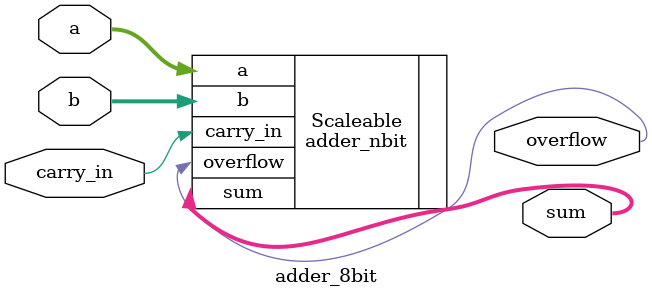
<source format=sv>


module adder_8bit
(
	input wire [7:0] a,
	input wire [7:0] b,
	input wire carry_in,
	output wire [7:0] sum,
	output wire overflow
);

	// STUDENT: Fill in the correct port map with parameter override syntax for using your n-bit ripple carry adder design to be an 8-bit ripple carry adder design

	adder_nbit #(8) Scaleable (.a(a), .b(b), .carry_in(carry_in), .sum(sum), .overflow(overflow));
endmodule

</source>
